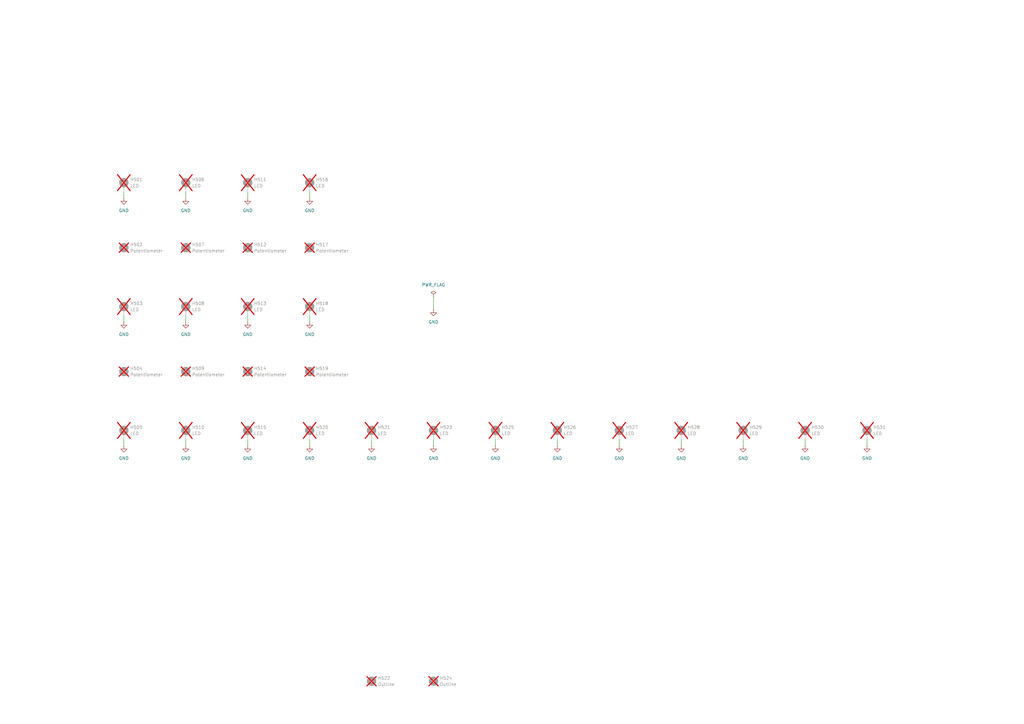
<source format=kicad_sch>
(kicad_sch (version 20250114) (generator "eeschema") (generator_version "9.0")
  (paper "A3")
  (lib_symbols
    (symbol "Mechanical:MountingHole" (pin_names (offset 1.016)) (exclude_from_sim yes) (in_bom no)
      (property "Reference" "H" (at 0 5.08 0))
      (property "Value" "MountingHole" (at 0 3.175 0))
      (symbol "MountingHole_0_1"
        (circle (center 0 0) (radius 1.27) (stroke (width 1.27)))
      )
    )
    (symbol "Mechanical:MountingHole_Pad" (pin_numbers (hide yes)) (pin_names (offset 1.016) (hide yes)) (in_bom no)
      (property "Reference" "H" (at 0 6.35 0))
      (property "Value" "MountingHole_Pad" (at 0 4.445 0))
      (symbol "MountingHole_Pad_0_1"
        (circle (center 0 1.27) (radius 1.27) (stroke (width 1.27)))
      )
      (symbol "MountingHole_Pad_1_1"
        (pin input line (at 0 -2.54 90) (length 2.54) (name "1") (number "1"))
      )
    )
    (symbol "power:GND" (power) (pin_numbers (hide yes)) (pin_names (offset 0) (hide yes))
      (property "Value" "GND" (at 0 -3.81 0))
      (symbol "GND_0_1"
        (polyline (pts (xy 0 0) (xy 0 -1.27) (xy 1.27 -1.27) (xy 0 -2.54) (xy -1.27 -1.27) (xy 0 -1.27)))
      )
      (symbol "GND_1_1"
        (pin power_in line (at 0 0 270) (length 0) (name "~") (number "1"))
      )
    )
    (symbol "power:PWR_FLAG" (power) (pin_numbers (hide yes)) (pin_names (offset 0) (hide yes))
      (property "Value" "PWR_FLAG" (at 0 3.81 0))
      (symbol "PWR_FLAG_0_0"
        (pin power_out line (at 0 0 90) (length 0) (name "~") (number "1"))
      )
      (symbol "PWR_FLAG_0_1"
        (polyline (pts (xy 0 0) (xy 0 1.27) (xy -1.016 1.905) (xy 0 2.54) (xy 1.016 1.905) (xy 0 1.27)))
      )
    )
  )
  (wire (pts (xy 228.6 180.34) (xy 228.6 182.88)))
  (wire (pts (xy 177.8 180.34) (xy 177.8 182.88)))
  (wire (pts (xy 355.6 180.34) (xy 355.6 182.88)))
  (wire (pts (xy 279.4 180.34) (xy 279.4 182.88)))
  (wire (pts (xy 330.2 180.34) (xy 330.2 182.88)))
  (wire (pts (xy 101.6 129.54) (xy 101.6 132.08)))
  (wire (pts (xy 254 180.34) (xy 254 182.88)))
  (wire (pts (xy 50.8 180.34) (xy 50.8 182.88)))
  (wire (pts (xy 152.4 180.34) (xy 152.4 182.88)))
  (wire (pts (xy 76.2 180.34) (xy 76.2 182.88)))
  (wire (pts (xy 177.8 121.92) (xy 177.8 127)))
  (wire (pts (xy 127 180.34) (xy 127 182.88)))
  (wire (pts (xy 76.2 129.54) (xy 76.2 132.08)))
  (wire (pts (xy 101.6 180.34) (xy 101.6 182.88)))
  (wire (pts (xy 203.2 180.34) (xy 203.2 182.88)))
  (wire (pts (xy 304.8 180.34) (xy 304.8 182.88)))
  (wire (pts (xy 127 78.74) (xy 127 81.28)))
  (wire (pts (xy 101.6 78.74) (xy 101.6 81.28)))
  (wire (pts (xy 50.8 78.74) (xy 50.8 81.28)))
  (wire (pts (xy 127 129.54) (xy 127 132.08)))
  (wire (pts (xy 76.2 78.74) (xy 76.2 81.28)))
  (wire (pts (xy 50.8 129.54) (xy 50.8 132.08)))
  (symbol (lib_id "Mechanical:MountingHole_Pad") (at 76.2 127 0) (unit 1) (in_bom no) (dnp yes)
    (property "Reference" "H508" (at 78.74 124.4599 0) (effects (justify left)))
    (property "Value" "LED" (at 78.74 126.9999 0) (effects (justify left)))
    (property "Footprint" "suku_basics:FP_LED_TIGHT" (effects (hide yes)))
    (property "Description" "Mounting Hole with connection" (effects (hide yes)))
  )
  (symbol (lib_id "Mechanical:MountingHole_Pad") (at 76.2 177.8 0) (unit 1) (in_bom no) (dnp yes)
    (property "Reference" "H510" (at 78.74 175.2599 0) (effects (justify left)))
    (property "Value" "LED" (at 78.74 177.7999 0) (effects (justify left)))
    (property "Footprint" "suku_basics:FP_LED_TIGHT" (effects (hide yes)))
    (property "Description" "Mounting Hole with connection" (effects (hide yes)))
  )
  (symbol (lib_id "power:GND") (at 177.8 182.88 0) (unit 1)
    (property "Reference" "#PWR0515" (effects (hide yes)))
    (property "Value" "GND" (at 177.8 187.96 0))
    (property "Description" "Power symbol creates a global label with name \"GND\" , ground" (effects (hide yes)))
  )
  (symbol (lib_id "power:PWR_FLAG") (at 177.8 121.92 0) (unit 1)
    (property "Reference" "#FLG0501" (effects (hide yes)))
    (property "Value" "PWR_FLAG" (at 177.8 116.84 0))
    (property "Description" "Special symbol for telling ERC where power comes from" (effects (hide yes)))
  )
  (symbol (lib_id "Mechanical:MountingHole_Pad") (at 152.4 177.8 0) (unit 1) (in_bom no) (dnp yes)
    (property "Reference" "H521" (at 154.94 175.2599 0) (effects (justify left)))
    (property "Value" "LED" (at 154.94 177.7999 0) (effects (justify left)))
    (property "Footprint" "suku_basics:FP_LED_TIGHT" (effects (hide yes)))
    (property "Description" "Mounting Hole with connection" (effects (hide yes)))
  )
  (symbol (lib_id "power:GND") (at 355.6 182.88 0) (unit 1)
    (property "Reference" "#PWR0522" (effects (hide yes)))
    (property "Value" "GND" (at 355.6 187.96 0))
    (property "Description" "Power symbol creates a global label with name \"GND\" , ground" (effects (hide yes)))
  )
  (symbol (lib_id "Mechanical:MountingHole") (at 50.8 152.4 0) (unit 1) (exclude_from_sim yes) (in_bom no) (dnp yes)
    (property "Reference" "H504" (at 53.34 151.1299 0) (effects (justify left)))
    (property "Value" "Potentiometer" (at 53.34 153.6699 0) (effects (justify left)))
    (property "Footprint" "suku_basics:FP_POTENTIOMETER" (effects (hide yes)))
    (property "Description" "Mounting Hole without connection" (effects (hide yes)))
  )
  (symbol (lib_id "Mechanical:MountingHole_Pad") (at 254 177.8 0) (unit 1) (in_bom no) (dnp yes)
    (property "Reference" "H527" (at 256.54 175.2599 0) (effects (justify left)))
    (property "Value" "LED" (at 256.54 177.7999 0) (effects (justify left)))
    (property "Footprint" "suku_basics:FP_LED_TIGHT" (effects (hide yes)))
    (property "Description" "Mounting Hole with connection" (effects (hide yes)))
  )
  (symbol (lib_id "Mechanical:MountingHole") (at 127 101.6 0) (unit 1) (exclude_from_sim yes) (in_bom no) (dnp yes)
    (property "Reference" "H517" (at 129.54 100.3299 0) (effects (justify left)))
    (property "Value" "Potentiometer" (at 129.54 102.8699 0) (effects (justify left)))
    (property "Footprint" "suku_basics:FP_POTENTIOMETER" (effects (hide yes)))
    (property "Description" "Mounting Hole without connection" (effects (hide yes)))
  )
  (symbol (lib_id "power:GND") (at 330.2 182.88 0) (unit 1)
    (property "Reference" "#PWR0521" (effects (hide yes)))
    (property "Value" "GND" (at 330.2 187.96 0))
    (property "Description" "Power symbol creates a global label with name \"GND\" , ground" (effects (hide yes)))
  )
  (symbol (lib_id "Mechanical:MountingHole_Pad") (at 228.6 177.8 0) (unit 1) (in_bom no) (dnp yes)
    (property "Reference" "H526" (at 231.14 175.2599 0) (effects (justify left)))
    (property "Value" "LED" (at 231.14 177.7999 0) (effects (justify left)))
    (property "Footprint" "suku_basics:FP_LED_TIGHT" (effects (hide yes)))
    (property "Description" "Mounting Hole with connection" (effects (hide yes)))
  )
  (symbol (lib_id "Mechanical:MountingHole_Pad") (at 101.6 177.8 0) (unit 1) (in_bom no) (dnp yes)
    (property "Reference" "H515" (at 104.14 175.2599 0) (effects (justify left)))
    (property "Value" "LED" (at 104.14 177.7999 0) (effects (justify left)))
    (property "Footprint" "suku_basics:FP_LED_TIGHT" (effects (hide yes)))
    (property "Description" "Mounting Hole with connection" (effects (hide yes)))
  )
  (symbol (lib_id "power:GND") (at 101.6 182.88 0) (unit 1)
    (property "Reference" "#PWR0509" (effects (hide yes)))
    (property "Value" "GND" (at 101.6 187.96 0))
    (property "Description" "Power symbol creates a global label with name \"GND\" , ground" (effects (hide yes)))
  )
  (symbol (lib_id "Mechanical:MountingHole_Pad") (at 177.8 177.8 0) (unit 1) (in_bom no) (dnp yes)
    (property "Reference" "H523" (at 180.34 175.2599 0) (effects (justify left)))
    (property "Value" "LED" (at 180.34 177.7999 0) (effects (justify left)))
    (property "Footprint" "suku_basics:FP_LED_TIGHT" (effects (hide yes)))
    (property "Description" "Mounting Hole with connection" (effects (hide yes)))
  )
  (symbol (lib_id "power:GND") (at 127 132.08 0) (unit 1)
    (property "Reference" "#PWR0511" (effects (hide yes)))
    (property "Value" "GND" (at 127 137.16 0))
    (property "Description" "Power symbol creates a global label with name \"GND\" , ground" (effects (hide yes)))
  )
  (symbol (lib_id "power:GND") (at 101.6 81.28 0) (unit 1)
    (property "Reference" "#PWR0507" (effects (hide yes)))
    (property "Value" "GND" (at 101.6 86.36 0))
    (property "Description" "Power symbol creates a global label with name \"GND\" , ground" (effects (hide yes)))
  )
  (symbol (lib_id "power:GND") (at 50.8 182.88 0) (unit 1)
    (property "Reference" "#PWR0503" (effects (hide yes)))
    (property "Value" "GND" (at 50.8 187.96 0))
    (property "Description" "Power symbol creates a global label with name \"GND\" , ground" (effects (hide yes)))
  )
  (symbol (lib_id "power:GND") (at 76.2 182.88 0) (unit 1)
    (property "Reference" "#PWR0506" (effects (hide yes)))
    (property "Value" "GND" (at 76.2 187.96 0))
    (property "Description" "Power symbol creates a global label with name \"GND\" , ground" (effects (hide yes)))
  )
  (symbol (lib_id "power:GND") (at 76.2 81.28 0) (unit 1)
    (property "Reference" "#PWR0504" (effects (hide yes)))
    (property "Value" "GND" (at 76.2 86.36 0))
    (property "Description" "Power symbol creates a global label with name \"GND\" , ground" (effects (hide yes)))
  )
  (symbol (lib_id "Mechanical:MountingHole_Pad") (at 50.8 127 0) (unit 1) (in_bom no) (dnp yes)
    (property "Reference" "H503" (at 53.34 124.4599 0) (effects (justify left)))
    (property "Value" "LED" (at 53.34 126.9999 0) (effects (justify left)))
    (property "Footprint" "suku_basics:FP_LED_TIGHT" (effects (hide yes)))
    (property "Description" "Mounting Hole with connection" (effects (hide yes)))
  )
  (symbol (lib_id "Mechanical:MountingHole_Pad") (at 127 127 0) (unit 1) (in_bom no) (dnp yes)
    (property "Reference" "H518" (at 129.54 124.4599 0) (effects (justify left)))
    (property "Value" "LED" (at 129.54 126.9999 0) (effects (justify left)))
    (property "Footprint" "suku_basics:FP_LED_TIGHT" (effects (hide yes)))
    (property "Description" "Mounting Hole with connection" (effects (hide yes)))
  )
  (symbol (lib_id "power:GND") (at 50.8 81.28 0) (unit 1)
    (property "Reference" "#PWR0501" (effects (hide yes)))
    (property "Value" "GND" (at 50.8 86.36 0))
    (property "Description" "Power symbol creates a global label with name \"GND\" , ground" (effects (hide yes)))
  )
  (symbol (lib_id "Mechanical:MountingHole") (at 152.4 279.4 0) (unit 1) (exclude_from_sim yes) (in_bom no) (dnp yes)
    (property "Reference" "H522" (at 154.94 278.1299 0) (effects (justify left)))
    (property "Value" "Outline" (at 154.94 280.6699 0) (effects (justify left)))
    (property "Footprint" "suku_basics:FP_OUTLINE_2" (effects (hide yes)))
    (property "Description" "Mounting Hole without connection" (effects (hide yes)))
  )
  (symbol (lib_id "Mechanical:MountingHole_Pad") (at 101.6 127 0) (unit 1) (in_bom no) (dnp yes)
    (property "Reference" "H513" (at 104.14 124.4599 0) (effects (justify left)))
    (property "Value" "LED" (at 104.14 126.9999 0) (effects (justify left)))
    (property "Footprint" "suku_basics:FP_LED_TIGHT" (effects (hide yes)))
    (property "Description" "Mounting Hole with connection" (effects (hide yes)))
  )
  (symbol (lib_id "Mechanical:MountingHole") (at 50.8 101.6 0) (unit 1) (exclude_from_sim yes) (in_bom no) (dnp yes)
    (property "Reference" "H502" (at 53.34 100.3299 0) (effects (justify left)))
    (property "Value" "Potentiometer" (at 53.34 102.8699 0) (effects (justify left)))
    (property "Footprint" "suku_basics:FP_POTENTIOMETER" (effects (hide yes)))
    (property "Description" "Mounting Hole without connection" (effects (hide yes)))
  )
  (symbol (lib_id "Mechanical:MountingHole") (at 76.2 101.6 0) (unit 1) (exclude_from_sim yes) (in_bom no) (dnp yes)
    (property "Reference" "H507" (at 78.74 100.3299 0) (effects (justify left)))
    (property "Value" "Potentiometer" (at 78.74 102.8699 0) (effects (justify left)))
    (property "Footprint" "suku_basics:FP_POTENTIOMETER" (effects (hide yes)))
    (property "Description" "Mounting Hole without connection" (effects (hide yes)))
  )
  (symbol (lib_id "Mechanical:MountingHole") (at 101.6 101.6 0) (unit 1) (exclude_from_sim yes) (in_bom no) (dnp yes)
    (property "Reference" "H512" (at 104.14 100.3299 0) (effects (justify left)))
    (property "Value" "Potentiometer" (at 104.14 102.8699 0) (effects (justify left)))
    (property "Footprint" "suku_basics:FP_POTENTIOMETER" (effects (hide yes)))
    (property "Description" "Mounting Hole without connection" (effects (hide yes)))
  )
  (symbol (lib_id "Mechanical:MountingHole") (at 101.6 152.4 0) (unit 1) (exclude_from_sim yes) (in_bom no) (dnp yes)
    (property "Reference" "H514" (at 104.14 151.1299 0) (effects (justify left)))
    (property "Value" "Potentiometer" (at 104.14 153.6699 0) (effects (justify left)))
    (property "Footprint" "suku_basics:FP_POTENTIOMETER" (effects (hide yes)))
    (property "Description" "Mounting Hole without connection" (effects (hide yes)))
  )
  (symbol (lib_id "Mechanical:MountingHole_Pad") (at 355.6 177.8 0) (unit 1) (in_bom no) (dnp yes)
    (property "Reference" "H531" (at 358.14 175.2599 0) (effects (justify left)))
    (property "Value" "LED" (at 358.14 177.7999 0) (effects (justify left)))
    (property "Footprint" "suku_basics:FP_LED_TIGHT" (effects (hide yes)))
    (property "Description" "Mounting Hole with connection" (effects (hide yes)))
  )
  (symbol (lib_id "power:GND") (at 127 182.88 0) (unit 1)
    (property "Reference" "#PWR0512" (effects (hide yes)))
    (property "Value" "GND" (at 127 187.96 0))
    (property "Description" "Power symbol creates a global label with name \"GND\" , ground" (effects (hide yes)))
  )
  (symbol (lib_id "Mechanical:MountingHole_Pad") (at 330.2 177.8 0) (unit 1) (in_bom no) (dnp yes)
    (property "Reference" "H530" (at 332.74 175.2599 0) (effects (justify left)))
    (property "Value" "LED" (at 332.74 177.7999 0) (effects (justify left)))
    (property "Footprint" "suku_basics:FP_LED_TIGHT" (effects (hide yes)))
    (property "Description" "Mounting Hole with connection" (effects (hide yes)))
  )
  (symbol (lib_id "power:GND") (at 203.2 182.88 0) (unit 1)
    (property "Reference" "#PWR0516" (effects (hide yes)))
    (property "Value" "GND" (at 203.2 187.96 0))
    (property "Description" "Power symbol creates a global label with name \"GND\" , ground" (effects (hide yes)))
  )
  (symbol (lib_id "power:GND") (at 228.6 182.88 0) (unit 1)
    (property "Reference" "#PWR0517" (effects (hide yes)))
    (property "Value" "GND" (at 228.6 187.96 0))
    (property "Description" "Power symbol creates a global label with name \"GND\" , ground" (effects (hide yes)))
  )
  (symbol (lib_id "Mechanical:MountingHole") (at 127 152.4 0) (unit 1) (exclude_from_sim yes) (in_bom no) (dnp yes)
    (property "Reference" "H519" (at 129.54 151.1299 0) (effects (justify left)))
    (property "Value" "Potentiometer" (at 129.54 153.6699 0) (effects (justify left)))
    (property "Footprint" "suku_basics:FP_POTENTIOMETER" (effects (hide yes)))
    (property "Description" "Mounting Hole without connection" (effects (hide yes)))
  )
  (symbol (lib_id "power:GND") (at 50.8 132.08 0) (unit 1)
    (property "Reference" "#PWR0502" (effects (hide yes)))
    (property "Value" "GND" (at 50.8 137.16 0))
    (property "Description" "Power symbol creates a global label with name \"GND\" , ground" (effects (hide yes)))
  )
  (symbol (lib_id "Mechanical:MountingHole_Pad") (at 127 177.8 0) (unit 1) (in_bom no) (dnp yes)
    (property "Reference" "H520" (at 129.54 175.2599 0) (effects (justify left)))
    (property "Value" "LED" (at 129.54 177.7999 0) (effects (justify left)))
    (property "Footprint" "suku_basics:FP_LED_TIGHT" (effects (hide yes)))
    (property "Description" "Mounting Hole with connection" (effects (hide yes)))
  )
  (symbol (lib_id "power:GND") (at 127 81.28 0) (unit 1)
    (property "Reference" "#PWR0510" (effects (hide yes)))
    (property "Value" "GND" (at 127 86.36 0))
    (property "Description" "Power symbol creates a global label with name \"GND\" , ground" (effects (hide yes)))
  )
  (symbol (lib_id "Mechanical:MountingHole_Pad") (at 101.6 76.2 0) (unit 1) (in_bom no) (dnp yes)
    (property "Reference" "H511" (at 104.14 73.6599 0) (effects (justify left)))
    (property "Value" "LED" (at 104.14 76.1999 0) (effects (justify left)))
    (property "Footprint" "suku_basics:FP_LED_TIGHT" (effects (hide yes)))
    (property "Description" "Mounting Hole with connection" (effects (hide yes)))
  )
  (symbol (lib_id "Mechanical:MountingHole_Pad") (at 127 76.2 0) (unit 1) (in_bom no) (dnp yes)
    (property "Reference" "H516" (at 129.54 73.6599 0) (effects (justify left)))
    (property "Value" "LED" (at 129.54 76.1999 0) (effects (justify left)))
    (property "Footprint" "suku_basics:FP_LED_TIGHT" (effects (hide yes)))
    (property "Description" "Mounting Hole with connection" (effects (hide yes)))
  )
  (symbol (lib_id "Mechanical:MountingHole_Pad") (at 279.4 177.8 0) (unit 1) (in_bom no) (dnp yes)
    (property "Reference" "H528" (at 281.94 175.2599 0) (effects (justify left)))
    (property "Value" "LED" (at 281.94 177.7999 0) (effects (justify left)))
    (property "Footprint" "suku_basics:FP_LED_TIGHT" (effects (hide yes)))
    (property "Description" "Mounting Hole with connection" (effects (hide yes)))
  )
  (symbol (lib_id "power:GND") (at 304.8 182.88 0) (unit 1)
    (property "Reference" "#PWR0520" (effects (hide yes)))
    (property "Value" "GND" (at 304.8 187.96 0))
    (property "Description" "Power symbol creates a global label with name \"GND\" , ground" (effects (hide yes)))
  )
  (symbol (lib_id "power:GND") (at 279.4 182.88 0) (unit 1)
    (property "Reference" "#PWR0519" (effects (hide yes)))
    (property "Value" "GND" (at 279.4 187.96 0))
    (property "Description" "Power symbol creates a global label with name \"GND\" , ground" (effects (hide yes)))
  )
  (symbol (lib_id "power:GND") (at 254 182.88 0) (unit 1)
    (property "Reference" "#PWR0518" (effects (hide yes)))
    (property "Value" "GND" (at 254 187.96 0))
    (property "Description" "Power symbol creates a global label with name \"GND\" , ground" (effects (hide yes)))
  )
  (symbol (lib_id "Mechanical:MountingHole_Pad") (at 76.2 76.2 0) (unit 1) (in_bom no) (dnp yes)
    (property "Reference" "H506" (at 78.74 73.6599 0) (effects (justify left)))
    (property "Value" "LED" (at 78.74 76.1999 0) (effects (justify left)))
    (property "Footprint" "suku_basics:FP_LED_TIGHT" (effects (hide yes)))
    (property "Description" "Mounting Hole with connection" (effects (hide yes)))
  )
  (symbol (lib_id "power:GND") (at 177.8 127 0) (unit 1)
    (property "Reference" "#PWR0514" (effects (hide yes)))
    (property "Value" "GND" (at 177.8 132.08 0))
    (property "Description" "Power symbol creates a global label with name \"GND\" , ground" (effects (hide yes)))
  )
  (symbol (lib_id "Mechanical:MountingHole_Pad") (at 203.2 177.8 0) (unit 1) (in_bom no) (dnp yes)
    (property "Reference" "H525" (at 205.74 175.2599 0) (effects (justify left)))
    (property "Value" "LED" (at 205.74 177.7999 0) (effects (justify left)))
    (property "Footprint" "suku_basics:FP_LED_TIGHT" (effects (hide yes)))
    (property "Description" "Mounting Hole with connection" (effects (hide yes)))
  )
  (symbol (lib_id "power:GND") (at 152.4 182.88 0) (unit 1)
    (property "Reference" "#PWR0513" (effects (hide yes)))
    (property "Value" "GND" (at 152.4 187.96 0))
    (property "Description" "Power symbol creates a global label with name \"GND\" , ground" (effects (hide yes)))
  )
  (symbol (lib_id "power:GND") (at 76.2 132.08 0) (unit 1)
    (property "Reference" "#PWR0505" (effects (hide yes)))
    (property "Value" "GND" (at 76.2 137.16 0))
    (property "Description" "Power symbol creates a global label with name \"GND\" , ground" (effects (hide yes)))
  )
  (symbol (lib_id "power:GND") (at 101.6 132.08 0) (unit 1)
    (property "Reference" "#PWR0508" (effects (hide yes)))
    (property "Value" "GND" (at 101.6 137.16 0))
    (property "Description" "Power symbol creates a global label with name \"GND\" , ground" (effects (hide yes)))
  )
  (symbol (lib_id "Mechanical:MountingHole_Pad") (at 50.8 76.2 0) (unit 1) (in_bom no) (dnp yes)
    (property "Reference" "H501" (at 53.34 73.6599 0) (effects (justify left)))
    (property "Value" "LED" (at 53.34 76.1999 0) (effects (justify left)))
    (property "Footprint" "suku_basics:FP_LED_TIGHT" (effects (hide yes)))
    (property "Description" "Mounting Hole with connection" (effects (hide yes)))
  )
  (symbol (lib_id "Mechanical:MountingHole") (at 76.2 152.4 0) (unit 1) (exclude_from_sim yes) (in_bom no) (dnp yes)
    (property "Reference" "H509" (at 78.74 151.1299 0) (effects (justify left)))
    (property "Value" "Potentiometer" (at 78.74 153.6699 0) (effects (justify left)))
    (property "Footprint" "suku_basics:FP_POTENTIOMETER" (effects (hide yes)))
    (property "Description" "Mounting Hole without connection" (effects (hide yes)))
  )
  (symbol (lib_id "Mechanical:MountingHole_Pad") (at 50.8 177.8 0) (unit 1) (in_bom no) (dnp yes)
    (property "Reference" "H505" (at 53.34 175.2599 0) (effects (justify left)))
    (property "Value" "LED" (at 53.34 177.7999 0) (effects (justify left)))
    (property "Footprint" "suku_basics:FP_LED_TIGHT" (effects (hide yes)))
    (property "Description" "Mounting Hole with connection" (effects (hide yes)))
  )
  (symbol (lib_id "Mechanical:MountingHole") (at 177.8 279.4 0) (unit 1) (exclude_from_sim yes) (in_bom no) (dnp yes)
    (property "Reference" "H524" (at 180.34 278.1299 0) (effects (justify left)))
    (property "Value" "Outline" (at 180.34 280.6699 0) (effects (justify left)))
    (property "Footprint" "suku_basics:OSHWA" (effects (hide yes)))
    (property "Description" "Mounting Hole without connection" (effects (hide yes)))
  )
  (symbol (lib_id "Mechanical:MountingHole_Pad") (at 304.8 177.8 0) (unit 1) (in_bom no) (dnp yes)
    (property "Reference" "H529" (at 307.34 175.2599 0) (effects (justify left)))
    (property "Value" "LED" (at 307.34 177.7999 0) (effects (justify left)))
    (property "Footprint" "suku_basics:FP_LED_TIGHT" (effects (hide yes)))
    (property "Description" "Mounting Hole with connection" (effects (hide yes)))
  )
)
</source>
